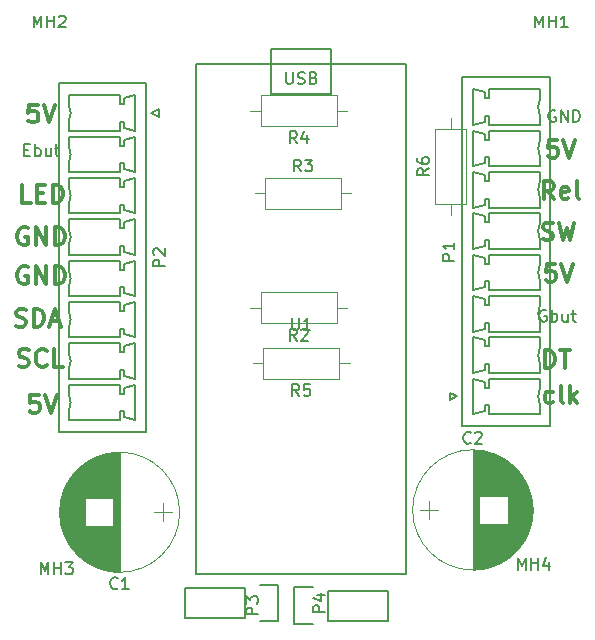
<source format=gto>
G04 #@! TF.FileFunction,Legend,Top*
%FSLAX46Y46*%
G04 Gerber Fmt 4.6, Leading zero omitted, Abs format (unit mm)*
G04 Created by KiCad (PCBNEW 4.0.5+dfsg1-4) date Sat Feb 18 23:12:04 2017*
%MOMM*%
%LPD*%
G01*
G04 APERTURE LIST*
%ADD10C,0.100000*%
%ADD11C,0.300000*%
%ADD12C,0.200000*%
%ADD13C,0.120000*%
%ADD14C,0.150000*%
G04 APERTURE END LIST*
D10*
D11*
X127414287Y-102278571D02*
X126700001Y-102278571D01*
X126628572Y-102992857D01*
X126700001Y-102921429D01*
X126842858Y-102850000D01*
X127200001Y-102850000D01*
X127342858Y-102921429D01*
X127414287Y-102992857D01*
X127485715Y-103135714D01*
X127485715Y-103492857D01*
X127414287Y-103635714D01*
X127342858Y-103707143D01*
X127200001Y-103778571D01*
X126842858Y-103778571D01*
X126700001Y-103707143D01*
X126628572Y-103635714D01*
X127914286Y-102278571D02*
X128414286Y-103778571D01*
X128914286Y-102278571D01*
X125714286Y-99807143D02*
X125928572Y-99878571D01*
X126285715Y-99878571D01*
X126428572Y-99807143D01*
X126500001Y-99735714D01*
X126571429Y-99592857D01*
X126571429Y-99450000D01*
X126500001Y-99307143D01*
X126428572Y-99235714D01*
X126285715Y-99164286D01*
X126000001Y-99092857D01*
X125857143Y-99021429D01*
X125785715Y-98950000D01*
X125714286Y-98807143D01*
X125714286Y-98664286D01*
X125785715Y-98521429D01*
X125857143Y-98450000D01*
X126000001Y-98378571D01*
X126357143Y-98378571D01*
X126571429Y-98450000D01*
X128071429Y-99735714D02*
X128000000Y-99807143D01*
X127785714Y-99878571D01*
X127642857Y-99878571D01*
X127428572Y-99807143D01*
X127285714Y-99664286D01*
X127214286Y-99521429D01*
X127142857Y-99235714D01*
X127142857Y-99021429D01*
X127214286Y-98735714D01*
X127285714Y-98592857D01*
X127428572Y-98450000D01*
X127642857Y-98378571D01*
X127785714Y-98378571D01*
X128000000Y-98450000D01*
X128071429Y-98521429D01*
X129428572Y-99878571D02*
X128714286Y-99878571D01*
X128714286Y-98378571D01*
X125478572Y-96407143D02*
X125692858Y-96478571D01*
X126050001Y-96478571D01*
X126192858Y-96407143D01*
X126264287Y-96335714D01*
X126335715Y-96192857D01*
X126335715Y-96050000D01*
X126264287Y-95907143D01*
X126192858Y-95835714D01*
X126050001Y-95764286D01*
X125764287Y-95692857D01*
X125621429Y-95621429D01*
X125550001Y-95550000D01*
X125478572Y-95407143D01*
X125478572Y-95264286D01*
X125550001Y-95121429D01*
X125621429Y-95050000D01*
X125764287Y-94978571D01*
X126121429Y-94978571D01*
X126335715Y-95050000D01*
X126978572Y-96478571D02*
X126978572Y-94978571D01*
X127335715Y-94978571D01*
X127550000Y-95050000D01*
X127692858Y-95192857D01*
X127764286Y-95335714D01*
X127835715Y-95621429D01*
X127835715Y-95835714D01*
X127764286Y-96121429D01*
X127692858Y-96264286D01*
X127550000Y-96407143D01*
X127335715Y-96478571D01*
X126978572Y-96478571D01*
X128407143Y-96050000D02*
X129121429Y-96050000D01*
X128264286Y-96478571D02*
X128764286Y-94978571D01*
X129264286Y-96478571D01*
X126457143Y-91450000D02*
X126314286Y-91378571D01*
X126100000Y-91378571D01*
X125885715Y-91450000D01*
X125742857Y-91592857D01*
X125671429Y-91735714D01*
X125600000Y-92021429D01*
X125600000Y-92235714D01*
X125671429Y-92521429D01*
X125742857Y-92664286D01*
X125885715Y-92807143D01*
X126100000Y-92878571D01*
X126242857Y-92878571D01*
X126457143Y-92807143D01*
X126528572Y-92735714D01*
X126528572Y-92235714D01*
X126242857Y-92235714D01*
X127171429Y-92878571D02*
X127171429Y-91378571D01*
X128028572Y-92878571D01*
X128028572Y-91378571D01*
X128742858Y-92878571D02*
X128742858Y-91378571D01*
X129100001Y-91378571D01*
X129314286Y-91450000D01*
X129457144Y-91592857D01*
X129528572Y-91735714D01*
X129600001Y-92021429D01*
X129600001Y-92235714D01*
X129528572Y-92521429D01*
X129457144Y-92664286D01*
X129314286Y-92807143D01*
X129100001Y-92878571D01*
X128742858Y-92878571D01*
X126457143Y-88150000D02*
X126314286Y-88078571D01*
X126100000Y-88078571D01*
X125885715Y-88150000D01*
X125742857Y-88292857D01*
X125671429Y-88435714D01*
X125600000Y-88721429D01*
X125600000Y-88935714D01*
X125671429Y-89221429D01*
X125742857Y-89364286D01*
X125885715Y-89507143D01*
X126100000Y-89578571D01*
X126242857Y-89578571D01*
X126457143Y-89507143D01*
X126528572Y-89435714D01*
X126528572Y-88935714D01*
X126242857Y-88935714D01*
X127171429Y-89578571D02*
X127171429Y-88078571D01*
X128028572Y-89578571D01*
X128028572Y-88078571D01*
X128742858Y-89578571D02*
X128742858Y-88078571D01*
X129100001Y-88078571D01*
X129314286Y-88150000D01*
X129457144Y-88292857D01*
X129528572Y-88435714D01*
X129600001Y-88721429D01*
X129600001Y-88935714D01*
X129528572Y-89221429D01*
X129457144Y-89364286D01*
X129314286Y-89507143D01*
X129100001Y-89578571D01*
X128742858Y-89578571D01*
D12*
X171138096Y-78200000D02*
X171042858Y-78152381D01*
X170900001Y-78152381D01*
X170757143Y-78200000D01*
X170661905Y-78295238D01*
X170614286Y-78390476D01*
X170566667Y-78580952D01*
X170566667Y-78723810D01*
X170614286Y-78914286D01*
X170661905Y-79009524D01*
X170757143Y-79104762D01*
X170900001Y-79152381D01*
X170995239Y-79152381D01*
X171138096Y-79104762D01*
X171185715Y-79057143D01*
X171185715Y-78723810D01*
X170995239Y-78723810D01*
X171614286Y-79152381D02*
X171614286Y-78152381D01*
X172185715Y-79152381D01*
X172185715Y-78152381D01*
X172661905Y-79152381D02*
X172661905Y-78152381D01*
X172900000Y-78152381D01*
X173042858Y-78200000D01*
X173138096Y-78295238D01*
X173185715Y-78390476D01*
X173233334Y-78580952D01*
X173233334Y-78723810D01*
X173185715Y-78914286D01*
X173138096Y-79009524D01*
X173042858Y-79104762D01*
X172900000Y-79152381D01*
X172661905Y-79152381D01*
D11*
X126735715Y-85978571D02*
X126021429Y-85978571D01*
X126021429Y-84478571D01*
X127235715Y-85192857D02*
X127735715Y-85192857D01*
X127950001Y-85978571D02*
X127235715Y-85978571D01*
X127235715Y-84478571D01*
X127950001Y-84478571D01*
X128592858Y-85978571D02*
X128592858Y-84478571D01*
X128950001Y-84478571D01*
X129164286Y-84550000D01*
X129307144Y-84692857D01*
X129378572Y-84835714D01*
X129450001Y-85121429D01*
X129450001Y-85335714D01*
X129378572Y-85621429D01*
X129307144Y-85764286D01*
X129164286Y-85907143D01*
X128950001Y-85978571D01*
X128592858Y-85978571D01*
D12*
X126195238Y-81528571D02*
X126528572Y-81528571D01*
X126671429Y-82052381D02*
X126195238Y-82052381D01*
X126195238Y-81052381D01*
X126671429Y-81052381D01*
X127100000Y-82052381D02*
X127100000Y-81052381D01*
X127100000Y-81433333D02*
X127195238Y-81385714D01*
X127385715Y-81385714D01*
X127480953Y-81433333D01*
X127528572Y-81480952D01*
X127576191Y-81576190D01*
X127576191Y-81861905D01*
X127528572Y-81957143D01*
X127480953Y-82004762D01*
X127385715Y-82052381D01*
X127195238Y-82052381D01*
X127100000Y-82004762D01*
X128433334Y-81385714D02*
X128433334Y-82052381D01*
X128004762Y-81385714D02*
X128004762Y-81909524D01*
X128052381Y-82004762D01*
X128147619Y-82052381D01*
X128290477Y-82052381D01*
X128385715Y-82004762D01*
X128433334Y-81957143D01*
X128766667Y-81385714D02*
X129147619Y-81385714D01*
X128909524Y-81052381D02*
X128909524Y-81909524D01*
X128957143Y-82004762D01*
X129052381Y-82052381D01*
X129147619Y-82052381D01*
D11*
X127314287Y-77678571D02*
X126600001Y-77678571D01*
X126528572Y-78392857D01*
X126600001Y-78321429D01*
X126742858Y-78250000D01*
X127100001Y-78250000D01*
X127242858Y-78321429D01*
X127314287Y-78392857D01*
X127385715Y-78535714D01*
X127385715Y-78892857D01*
X127314287Y-79035714D01*
X127242858Y-79107143D01*
X127100001Y-79178571D01*
X126742858Y-79178571D01*
X126600001Y-79107143D01*
X126528572Y-79035714D01*
X127814286Y-77678571D02*
X128314286Y-79178571D01*
X128814286Y-77678571D01*
X171314287Y-80678571D02*
X170600001Y-80678571D01*
X170528572Y-81392857D01*
X170600001Y-81321429D01*
X170742858Y-81250000D01*
X171100001Y-81250000D01*
X171242858Y-81321429D01*
X171314287Y-81392857D01*
X171385715Y-81535714D01*
X171385715Y-81892857D01*
X171314287Y-82035714D01*
X171242858Y-82107143D01*
X171100001Y-82178571D01*
X170742858Y-82178571D01*
X170600001Y-82107143D01*
X170528572Y-82035714D01*
X171814286Y-80678571D02*
X172314286Y-82178571D01*
X172814286Y-80678571D01*
X171028572Y-85678571D02*
X170528572Y-84964286D01*
X170171429Y-85678571D02*
X170171429Y-84178571D01*
X170742857Y-84178571D01*
X170885715Y-84250000D01*
X170957143Y-84321429D01*
X171028572Y-84464286D01*
X171028572Y-84678571D01*
X170957143Y-84821429D01*
X170885715Y-84892857D01*
X170742857Y-84964286D01*
X170171429Y-84964286D01*
X172242857Y-85607143D02*
X172100000Y-85678571D01*
X171814286Y-85678571D01*
X171671429Y-85607143D01*
X171600000Y-85464286D01*
X171600000Y-84892857D01*
X171671429Y-84750000D01*
X171814286Y-84678571D01*
X172100000Y-84678571D01*
X172242857Y-84750000D01*
X172314286Y-84892857D01*
X172314286Y-85035714D01*
X171600000Y-85178571D01*
X173171429Y-85678571D02*
X173028571Y-85607143D01*
X172957143Y-85464286D01*
X172957143Y-84178571D01*
X170114286Y-89107143D02*
X170328572Y-89178571D01*
X170685715Y-89178571D01*
X170828572Y-89107143D01*
X170900001Y-89035714D01*
X170971429Y-88892857D01*
X170971429Y-88750000D01*
X170900001Y-88607143D01*
X170828572Y-88535714D01*
X170685715Y-88464286D01*
X170400001Y-88392857D01*
X170257143Y-88321429D01*
X170185715Y-88250000D01*
X170114286Y-88107143D01*
X170114286Y-87964286D01*
X170185715Y-87821429D01*
X170257143Y-87750000D01*
X170400001Y-87678571D01*
X170757143Y-87678571D01*
X170971429Y-87750000D01*
X171471429Y-87678571D02*
X171828572Y-89178571D01*
X172114286Y-88107143D01*
X172400000Y-89178571D01*
X172757143Y-87678571D01*
X171114287Y-91178571D02*
X170400001Y-91178571D01*
X170328572Y-91892857D01*
X170400001Y-91821429D01*
X170542858Y-91750000D01*
X170900001Y-91750000D01*
X171042858Y-91821429D01*
X171114287Y-91892857D01*
X171185715Y-92035714D01*
X171185715Y-92392857D01*
X171114287Y-92535714D01*
X171042858Y-92607143D01*
X170900001Y-92678571D01*
X170542858Y-92678571D01*
X170400001Y-92607143D01*
X170328572Y-92535714D01*
X171614286Y-91178571D02*
X172114286Y-92678571D01*
X172614286Y-91178571D01*
D12*
X170371429Y-95100000D02*
X170276191Y-95052381D01*
X170133334Y-95052381D01*
X169990476Y-95100000D01*
X169895238Y-95195238D01*
X169847619Y-95290476D01*
X169800000Y-95480952D01*
X169800000Y-95623810D01*
X169847619Y-95814286D01*
X169895238Y-95909524D01*
X169990476Y-96004762D01*
X170133334Y-96052381D01*
X170228572Y-96052381D01*
X170371429Y-96004762D01*
X170419048Y-95957143D01*
X170419048Y-95623810D01*
X170228572Y-95623810D01*
X170847619Y-96052381D02*
X170847619Y-95052381D01*
X170847619Y-95433333D02*
X170942857Y-95385714D01*
X171133334Y-95385714D01*
X171228572Y-95433333D01*
X171276191Y-95480952D01*
X171323810Y-95576190D01*
X171323810Y-95861905D01*
X171276191Y-95957143D01*
X171228572Y-96004762D01*
X171133334Y-96052381D01*
X170942857Y-96052381D01*
X170847619Y-96004762D01*
X172180953Y-95385714D02*
X172180953Y-96052381D01*
X171752381Y-95385714D02*
X171752381Y-95909524D01*
X171800000Y-96004762D01*
X171895238Y-96052381D01*
X172038096Y-96052381D01*
X172133334Y-96004762D01*
X172180953Y-95957143D01*
X172514286Y-95385714D02*
X172895238Y-95385714D01*
X172657143Y-95052381D02*
X172657143Y-95909524D01*
X172704762Y-96004762D01*
X172800000Y-96052381D01*
X172895238Y-96052381D01*
D11*
X170235715Y-99978571D02*
X170235715Y-98478571D01*
X170592858Y-98478571D01*
X170807143Y-98550000D01*
X170950001Y-98692857D01*
X171021429Y-98835714D01*
X171092858Y-99121429D01*
X171092858Y-99335714D01*
X171021429Y-99621429D01*
X170950001Y-99764286D01*
X170807143Y-99907143D01*
X170592858Y-99978571D01*
X170235715Y-99978571D01*
X171521429Y-98478571D02*
X172378572Y-98478571D01*
X171950001Y-99978571D02*
X171950001Y-98478571D01*
X170957143Y-102907143D02*
X170814286Y-102978571D01*
X170528572Y-102978571D01*
X170385714Y-102907143D01*
X170314286Y-102835714D01*
X170242857Y-102692857D01*
X170242857Y-102264286D01*
X170314286Y-102121429D01*
X170385714Y-102050000D01*
X170528572Y-101978571D01*
X170814286Y-101978571D01*
X170957143Y-102050000D01*
X171814286Y-102978571D02*
X171671428Y-102907143D01*
X171600000Y-102764286D01*
X171600000Y-101478571D01*
X172385714Y-102978571D02*
X172385714Y-101478571D01*
X172528571Y-102407143D02*
X172957142Y-102978571D01*
X172957142Y-101978571D02*
X172385714Y-102550000D01*
D13*
X139340000Y-112200000D02*
G75*
G03X139340000Y-112200000I-5090000J0D01*
G01*
X134250000Y-117250000D02*
X134250000Y-107150000D01*
X134210000Y-117250000D02*
X134210000Y-107150000D01*
X134170000Y-117250000D02*
X134170000Y-107150000D01*
X134130000Y-117249000D02*
X134130000Y-107151000D01*
X134090000Y-117248000D02*
X134090000Y-107152000D01*
X134050000Y-117247000D02*
X134050000Y-107153000D01*
X134010000Y-117245000D02*
X134010000Y-107155000D01*
X133970000Y-117243000D02*
X133970000Y-107157000D01*
X133930000Y-117240000D02*
X133930000Y-107160000D01*
X133890000Y-117238000D02*
X133890000Y-107162000D01*
X133850000Y-117235000D02*
X133850000Y-107165000D01*
X133810000Y-117231000D02*
X133810000Y-107169000D01*
X133770000Y-117228000D02*
X133770000Y-107172000D01*
X133730000Y-117224000D02*
X133730000Y-107176000D01*
X133690000Y-117220000D02*
X133690000Y-107180000D01*
X133650000Y-117215000D02*
X133650000Y-113381000D01*
X133650000Y-111019000D02*
X133650000Y-107185000D01*
X133610000Y-117210000D02*
X133610000Y-113381000D01*
X133610000Y-111019000D02*
X133610000Y-107190000D01*
X133570000Y-117205000D02*
X133570000Y-113381000D01*
X133570000Y-111019000D02*
X133570000Y-107195000D01*
X133529000Y-117199000D02*
X133529000Y-113381000D01*
X133529000Y-111019000D02*
X133529000Y-107201000D01*
X133489000Y-117193000D02*
X133489000Y-113381000D01*
X133489000Y-111019000D02*
X133489000Y-107207000D01*
X133449000Y-117187000D02*
X133449000Y-113381000D01*
X133449000Y-111019000D02*
X133449000Y-107213000D01*
X133409000Y-117181000D02*
X133409000Y-113381000D01*
X133409000Y-111019000D02*
X133409000Y-107219000D01*
X133369000Y-117174000D02*
X133369000Y-113381000D01*
X133369000Y-111019000D02*
X133369000Y-107226000D01*
X133329000Y-117167000D02*
X133329000Y-113381000D01*
X133329000Y-111019000D02*
X133329000Y-107233000D01*
X133289000Y-117159000D02*
X133289000Y-113381000D01*
X133289000Y-111019000D02*
X133289000Y-107241000D01*
X133249000Y-117151000D02*
X133249000Y-113381000D01*
X133249000Y-111019000D02*
X133249000Y-107249000D01*
X133209000Y-117143000D02*
X133209000Y-113381000D01*
X133209000Y-111019000D02*
X133209000Y-107257000D01*
X133169000Y-117135000D02*
X133169000Y-113381000D01*
X133169000Y-111019000D02*
X133169000Y-107265000D01*
X133129000Y-117126000D02*
X133129000Y-113381000D01*
X133129000Y-111019000D02*
X133129000Y-107274000D01*
X133089000Y-117117000D02*
X133089000Y-113381000D01*
X133089000Y-111019000D02*
X133089000Y-107283000D01*
X133049000Y-117107000D02*
X133049000Y-113381000D01*
X133049000Y-111019000D02*
X133049000Y-107293000D01*
X133009000Y-117097000D02*
X133009000Y-113381000D01*
X133009000Y-111019000D02*
X133009000Y-107303000D01*
X132969000Y-117087000D02*
X132969000Y-113381000D01*
X132969000Y-111019000D02*
X132969000Y-107313000D01*
X132929000Y-117076000D02*
X132929000Y-113381000D01*
X132929000Y-111019000D02*
X132929000Y-107324000D01*
X132889000Y-117065000D02*
X132889000Y-113381000D01*
X132889000Y-111019000D02*
X132889000Y-107335000D01*
X132849000Y-117054000D02*
X132849000Y-113381000D01*
X132849000Y-111019000D02*
X132849000Y-107346000D01*
X132809000Y-117043000D02*
X132809000Y-113381000D01*
X132809000Y-111019000D02*
X132809000Y-107357000D01*
X132769000Y-117031000D02*
X132769000Y-113381000D01*
X132769000Y-111019000D02*
X132769000Y-107369000D01*
X132729000Y-117018000D02*
X132729000Y-113381000D01*
X132729000Y-111019000D02*
X132729000Y-107382000D01*
X132689000Y-117006000D02*
X132689000Y-113381000D01*
X132689000Y-111019000D02*
X132689000Y-107394000D01*
X132649000Y-116992000D02*
X132649000Y-113381000D01*
X132649000Y-111019000D02*
X132649000Y-107408000D01*
X132609000Y-116979000D02*
X132609000Y-113381000D01*
X132609000Y-111019000D02*
X132609000Y-107421000D01*
X132569000Y-116965000D02*
X132569000Y-113381000D01*
X132569000Y-111019000D02*
X132569000Y-107435000D01*
X132529000Y-116951000D02*
X132529000Y-113381000D01*
X132529000Y-111019000D02*
X132529000Y-107449000D01*
X132489000Y-116937000D02*
X132489000Y-113381000D01*
X132489000Y-111019000D02*
X132489000Y-107463000D01*
X132449000Y-116922000D02*
X132449000Y-113381000D01*
X132449000Y-111019000D02*
X132449000Y-107478000D01*
X132409000Y-116906000D02*
X132409000Y-113381000D01*
X132409000Y-111019000D02*
X132409000Y-107494000D01*
X132369000Y-116891000D02*
X132369000Y-113381000D01*
X132369000Y-111019000D02*
X132369000Y-107509000D01*
X132329000Y-116874000D02*
X132329000Y-113381000D01*
X132329000Y-111019000D02*
X132329000Y-107526000D01*
X132289000Y-116858000D02*
X132289000Y-113381000D01*
X132289000Y-111019000D02*
X132289000Y-107542000D01*
X132249000Y-116841000D02*
X132249000Y-113381000D01*
X132249000Y-111019000D02*
X132249000Y-107559000D01*
X132209000Y-116824000D02*
X132209000Y-113381000D01*
X132209000Y-111019000D02*
X132209000Y-107576000D01*
X132169000Y-116806000D02*
X132169000Y-113381000D01*
X132169000Y-111019000D02*
X132169000Y-107594000D01*
X132129000Y-116788000D02*
X132129000Y-113381000D01*
X132129000Y-111019000D02*
X132129000Y-107612000D01*
X132089000Y-116769000D02*
X132089000Y-113381000D01*
X132089000Y-111019000D02*
X132089000Y-107631000D01*
X132049000Y-116750000D02*
X132049000Y-113381000D01*
X132049000Y-111019000D02*
X132049000Y-107650000D01*
X132009000Y-116731000D02*
X132009000Y-113381000D01*
X132009000Y-111019000D02*
X132009000Y-107669000D01*
X131969000Y-116711000D02*
X131969000Y-113381000D01*
X131969000Y-111019000D02*
X131969000Y-107689000D01*
X131929000Y-116691000D02*
X131929000Y-113381000D01*
X131929000Y-111019000D02*
X131929000Y-107709000D01*
X131889000Y-116670000D02*
X131889000Y-113381000D01*
X131889000Y-111019000D02*
X131889000Y-107730000D01*
X131849000Y-116649000D02*
X131849000Y-113381000D01*
X131849000Y-111019000D02*
X131849000Y-107751000D01*
X131809000Y-116628000D02*
X131809000Y-113381000D01*
X131809000Y-111019000D02*
X131809000Y-107772000D01*
X131769000Y-116605000D02*
X131769000Y-113381000D01*
X131769000Y-111019000D02*
X131769000Y-107795000D01*
X131729000Y-116583000D02*
X131729000Y-113381000D01*
X131729000Y-111019000D02*
X131729000Y-107817000D01*
X131689000Y-116560000D02*
X131689000Y-113381000D01*
X131689000Y-111019000D02*
X131689000Y-107840000D01*
X131649000Y-116536000D02*
X131649000Y-113381000D01*
X131649000Y-111019000D02*
X131649000Y-107864000D01*
X131609000Y-116512000D02*
X131609000Y-113381000D01*
X131609000Y-111019000D02*
X131609000Y-107888000D01*
X131569000Y-116488000D02*
X131569000Y-113381000D01*
X131569000Y-111019000D02*
X131569000Y-107912000D01*
X131529000Y-116463000D02*
X131529000Y-113381000D01*
X131529000Y-111019000D02*
X131529000Y-107937000D01*
X131489000Y-116437000D02*
X131489000Y-113381000D01*
X131489000Y-111019000D02*
X131489000Y-107963000D01*
X131449000Y-116411000D02*
X131449000Y-113381000D01*
X131449000Y-111019000D02*
X131449000Y-107989000D01*
X131409000Y-116385000D02*
X131409000Y-113381000D01*
X131409000Y-111019000D02*
X131409000Y-108015000D01*
X131369000Y-116357000D02*
X131369000Y-113381000D01*
X131369000Y-111019000D02*
X131369000Y-108043000D01*
X131329000Y-116330000D02*
X131329000Y-113381000D01*
X131329000Y-111019000D02*
X131329000Y-108070000D01*
X131289000Y-116301000D02*
X131289000Y-108099000D01*
X131249000Y-116272000D02*
X131249000Y-108128000D01*
X131209000Y-116243000D02*
X131209000Y-108157000D01*
X131169000Y-116213000D02*
X131169000Y-108187000D01*
X131129000Y-116182000D02*
X131129000Y-108218000D01*
X131089000Y-116151000D02*
X131089000Y-108249000D01*
X131049000Y-116119000D02*
X131049000Y-108281000D01*
X131009000Y-116086000D02*
X131009000Y-108314000D01*
X130969000Y-116053000D02*
X130969000Y-108347000D01*
X130929000Y-116019000D02*
X130929000Y-108381000D01*
X130889000Y-115984000D02*
X130889000Y-108416000D01*
X130849000Y-115948000D02*
X130849000Y-108452000D01*
X130809000Y-115912000D02*
X130809000Y-108488000D01*
X130769000Y-115875000D02*
X130769000Y-108525000D01*
X130729000Y-115837000D02*
X130729000Y-108563000D01*
X130689000Y-115798000D02*
X130689000Y-108602000D01*
X130649000Y-115759000D02*
X130649000Y-108641000D01*
X130609000Y-115718000D02*
X130609000Y-108682000D01*
X130569000Y-115677000D02*
X130569000Y-108723000D01*
X130529000Y-115635000D02*
X130529000Y-108765000D01*
X130489000Y-115591000D02*
X130489000Y-108809000D01*
X130449000Y-115547000D02*
X130449000Y-108853000D01*
X130409000Y-115502000D02*
X130409000Y-108898000D01*
X130369000Y-115455000D02*
X130369000Y-108945000D01*
X130329000Y-115407000D02*
X130329000Y-108993000D01*
X130289000Y-115358000D02*
X130289000Y-109042000D01*
X130249000Y-115308000D02*
X130249000Y-109092000D01*
X130209000Y-115257000D02*
X130209000Y-109143000D01*
X130169000Y-115204000D02*
X130169000Y-109196000D01*
X130129000Y-115149000D02*
X130129000Y-109251000D01*
X130089000Y-115094000D02*
X130089000Y-109306000D01*
X130049000Y-115036000D02*
X130049000Y-109364000D01*
X130009000Y-114977000D02*
X130009000Y-109423000D01*
X129969000Y-114915000D02*
X129969000Y-109485000D01*
X129929000Y-114852000D02*
X129929000Y-109548000D01*
X129889000Y-114787000D02*
X129889000Y-109613000D01*
X129849000Y-114719000D02*
X129849000Y-109681000D01*
X129809000Y-114649000D02*
X129809000Y-109751000D01*
X129769000Y-114577000D02*
X129769000Y-109823000D01*
X129729000Y-114501000D02*
X129729000Y-109899000D01*
X129689000Y-114422000D02*
X129689000Y-109978000D01*
X129649000Y-114340000D02*
X129649000Y-110060000D01*
X129609000Y-114253000D02*
X129609000Y-110147000D01*
X129569000Y-114162000D02*
X129569000Y-110238000D01*
X129529000Y-114066000D02*
X129529000Y-110334000D01*
X129489000Y-113963000D02*
X129489000Y-110437000D01*
X129449000Y-113854000D02*
X129449000Y-110546000D01*
X129409000Y-113736000D02*
X129409000Y-110664000D01*
X129369000Y-113607000D02*
X129369000Y-110793000D01*
X129329000Y-113465000D02*
X129329000Y-110935000D01*
X129289000Y-113304000D02*
X129289000Y-111096000D01*
X129249000Y-113113000D02*
X129249000Y-111287000D01*
X129209000Y-112872000D02*
X129209000Y-111528000D01*
X129169000Y-112479000D02*
X129169000Y-111921000D01*
X138700000Y-112200000D02*
X137200000Y-112200000D01*
X137950000Y-112950000D02*
X137950000Y-111450000D01*
X169240000Y-112000000D02*
G75*
G03X169240000Y-112000000I-5090000J0D01*
G01*
X164150000Y-106950000D02*
X164150000Y-117050000D01*
X164190000Y-106950000D02*
X164190000Y-117050000D01*
X164230000Y-106950000D02*
X164230000Y-117050000D01*
X164270000Y-106951000D02*
X164270000Y-117049000D01*
X164310000Y-106952000D02*
X164310000Y-117048000D01*
X164350000Y-106953000D02*
X164350000Y-117047000D01*
X164390000Y-106955000D02*
X164390000Y-117045000D01*
X164430000Y-106957000D02*
X164430000Y-117043000D01*
X164470000Y-106960000D02*
X164470000Y-117040000D01*
X164510000Y-106962000D02*
X164510000Y-117038000D01*
X164550000Y-106965000D02*
X164550000Y-117035000D01*
X164590000Y-106969000D02*
X164590000Y-117031000D01*
X164630000Y-106972000D02*
X164630000Y-117028000D01*
X164670000Y-106976000D02*
X164670000Y-117024000D01*
X164710000Y-106980000D02*
X164710000Y-117020000D01*
X164750000Y-106985000D02*
X164750000Y-110819000D01*
X164750000Y-113181000D02*
X164750000Y-117015000D01*
X164790000Y-106990000D02*
X164790000Y-110819000D01*
X164790000Y-113181000D02*
X164790000Y-117010000D01*
X164830000Y-106995000D02*
X164830000Y-110819000D01*
X164830000Y-113181000D02*
X164830000Y-117005000D01*
X164871000Y-107001000D02*
X164871000Y-110819000D01*
X164871000Y-113181000D02*
X164871000Y-116999000D01*
X164911000Y-107007000D02*
X164911000Y-110819000D01*
X164911000Y-113181000D02*
X164911000Y-116993000D01*
X164951000Y-107013000D02*
X164951000Y-110819000D01*
X164951000Y-113181000D02*
X164951000Y-116987000D01*
X164991000Y-107019000D02*
X164991000Y-110819000D01*
X164991000Y-113181000D02*
X164991000Y-116981000D01*
X165031000Y-107026000D02*
X165031000Y-110819000D01*
X165031000Y-113181000D02*
X165031000Y-116974000D01*
X165071000Y-107033000D02*
X165071000Y-110819000D01*
X165071000Y-113181000D02*
X165071000Y-116967000D01*
X165111000Y-107041000D02*
X165111000Y-110819000D01*
X165111000Y-113181000D02*
X165111000Y-116959000D01*
X165151000Y-107049000D02*
X165151000Y-110819000D01*
X165151000Y-113181000D02*
X165151000Y-116951000D01*
X165191000Y-107057000D02*
X165191000Y-110819000D01*
X165191000Y-113181000D02*
X165191000Y-116943000D01*
X165231000Y-107065000D02*
X165231000Y-110819000D01*
X165231000Y-113181000D02*
X165231000Y-116935000D01*
X165271000Y-107074000D02*
X165271000Y-110819000D01*
X165271000Y-113181000D02*
X165271000Y-116926000D01*
X165311000Y-107083000D02*
X165311000Y-110819000D01*
X165311000Y-113181000D02*
X165311000Y-116917000D01*
X165351000Y-107093000D02*
X165351000Y-110819000D01*
X165351000Y-113181000D02*
X165351000Y-116907000D01*
X165391000Y-107103000D02*
X165391000Y-110819000D01*
X165391000Y-113181000D02*
X165391000Y-116897000D01*
X165431000Y-107113000D02*
X165431000Y-110819000D01*
X165431000Y-113181000D02*
X165431000Y-116887000D01*
X165471000Y-107124000D02*
X165471000Y-110819000D01*
X165471000Y-113181000D02*
X165471000Y-116876000D01*
X165511000Y-107135000D02*
X165511000Y-110819000D01*
X165511000Y-113181000D02*
X165511000Y-116865000D01*
X165551000Y-107146000D02*
X165551000Y-110819000D01*
X165551000Y-113181000D02*
X165551000Y-116854000D01*
X165591000Y-107157000D02*
X165591000Y-110819000D01*
X165591000Y-113181000D02*
X165591000Y-116843000D01*
X165631000Y-107169000D02*
X165631000Y-110819000D01*
X165631000Y-113181000D02*
X165631000Y-116831000D01*
X165671000Y-107182000D02*
X165671000Y-110819000D01*
X165671000Y-113181000D02*
X165671000Y-116818000D01*
X165711000Y-107194000D02*
X165711000Y-110819000D01*
X165711000Y-113181000D02*
X165711000Y-116806000D01*
X165751000Y-107208000D02*
X165751000Y-110819000D01*
X165751000Y-113181000D02*
X165751000Y-116792000D01*
X165791000Y-107221000D02*
X165791000Y-110819000D01*
X165791000Y-113181000D02*
X165791000Y-116779000D01*
X165831000Y-107235000D02*
X165831000Y-110819000D01*
X165831000Y-113181000D02*
X165831000Y-116765000D01*
X165871000Y-107249000D02*
X165871000Y-110819000D01*
X165871000Y-113181000D02*
X165871000Y-116751000D01*
X165911000Y-107263000D02*
X165911000Y-110819000D01*
X165911000Y-113181000D02*
X165911000Y-116737000D01*
X165951000Y-107278000D02*
X165951000Y-110819000D01*
X165951000Y-113181000D02*
X165951000Y-116722000D01*
X165991000Y-107294000D02*
X165991000Y-110819000D01*
X165991000Y-113181000D02*
X165991000Y-116706000D01*
X166031000Y-107309000D02*
X166031000Y-110819000D01*
X166031000Y-113181000D02*
X166031000Y-116691000D01*
X166071000Y-107326000D02*
X166071000Y-110819000D01*
X166071000Y-113181000D02*
X166071000Y-116674000D01*
X166111000Y-107342000D02*
X166111000Y-110819000D01*
X166111000Y-113181000D02*
X166111000Y-116658000D01*
X166151000Y-107359000D02*
X166151000Y-110819000D01*
X166151000Y-113181000D02*
X166151000Y-116641000D01*
X166191000Y-107376000D02*
X166191000Y-110819000D01*
X166191000Y-113181000D02*
X166191000Y-116624000D01*
X166231000Y-107394000D02*
X166231000Y-110819000D01*
X166231000Y-113181000D02*
X166231000Y-116606000D01*
X166271000Y-107412000D02*
X166271000Y-110819000D01*
X166271000Y-113181000D02*
X166271000Y-116588000D01*
X166311000Y-107431000D02*
X166311000Y-110819000D01*
X166311000Y-113181000D02*
X166311000Y-116569000D01*
X166351000Y-107450000D02*
X166351000Y-110819000D01*
X166351000Y-113181000D02*
X166351000Y-116550000D01*
X166391000Y-107469000D02*
X166391000Y-110819000D01*
X166391000Y-113181000D02*
X166391000Y-116531000D01*
X166431000Y-107489000D02*
X166431000Y-110819000D01*
X166431000Y-113181000D02*
X166431000Y-116511000D01*
X166471000Y-107509000D02*
X166471000Y-110819000D01*
X166471000Y-113181000D02*
X166471000Y-116491000D01*
X166511000Y-107530000D02*
X166511000Y-110819000D01*
X166511000Y-113181000D02*
X166511000Y-116470000D01*
X166551000Y-107551000D02*
X166551000Y-110819000D01*
X166551000Y-113181000D02*
X166551000Y-116449000D01*
X166591000Y-107572000D02*
X166591000Y-110819000D01*
X166591000Y-113181000D02*
X166591000Y-116428000D01*
X166631000Y-107595000D02*
X166631000Y-110819000D01*
X166631000Y-113181000D02*
X166631000Y-116405000D01*
X166671000Y-107617000D02*
X166671000Y-110819000D01*
X166671000Y-113181000D02*
X166671000Y-116383000D01*
X166711000Y-107640000D02*
X166711000Y-110819000D01*
X166711000Y-113181000D02*
X166711000Y-116360000D01*
X166751000Y-107664000D02*
X166751000Y-110819000D01*
X166751000Y-113181000D02*
X166751000Y-116336000D01*
X166791000Y-107688000D02*
X166791000Y-110819000D01*
X166791000Y-113181000D02*
X166791000Y-116312000D01*
X166831000Y-107712000D02*
X166831000Y-110819000D01*
X166831000Y-113181000D02*
X166831000Y-116288000D01*
X166871000Y-107737000D02*
X166871000Y-110819000D01*
X166871000Y-113181000D02*
X166871000Y-116263000D01*
X166911000Y-107763000D02*
X166911000Y-110819000D01*
X166911000Y-113181000D02*
X166911000Y-116237000D01*
X166951000Y-107789000D02*
X166951000Y-110819000D01*
X166951000Y-113181000D02*
X166951000Y-116211000D01*
X166991000Y-107815000D02*
X166991000Y-110819000D01*
X166991000Y-113181000D02*
X166991000Y-116185000D01*
X167031000Y-107843000D02*
X167031000Y-110819000D01*
X167031000Y-113181000D02*
X167031000Y-116157000D01*
X167071000Y-107870000D02*
X167071000Y-110819000D01*
X167071000Y-113181000D02*
X167071000Y-116130000D01*
X167111000Y-107899000D02*
X167111000Y-116101000D01*
X167151000Y-107928000D02*
X167151000Y-116072000D01*
X167191000Y-107957000D02*
X167191000Y-116043000D01*
X167231000Y-107987000D02*
X167231000Y-116013000D01*
X167271000Y-108018000D02*
X167271000Y-115982000D01*
X167311000Y-108049000D02*
X167311000Y-115951000D01*
X167351000Y-108081000D02*
X167351000Y-115919000D01*
X167391000Y-108114000D02*
X167391000Y-115886000D01*
X167431000Y-108147000D02*
X167431000Y-115853000D01*
X167471000Y-108181000D02*
X167471000Y-115819000D01*
X167511000Y-108216000D02*
X167511000Y-115784000D01*
X167551000Y-108252000D02*
X167551000Y-115748000D01*
X167591000Y-108288000D02*
X167591000Y-115712000D01*
X167631000Y-108325000D02*
X167631000Y-115675000D01*
X167671000Y-108363000D02*
X167671000Y-115637000D01*
X167711000Y-108402000D02*
X167711000Y-115598000D01*
X167751000Y-108441000D02*
X167751000Y-115559000D01*
X167791000Y-108482000D02*
X167791000Y-115518000D01*
X167831000Y-108523000D02*
X167831000Y-115477000D01*
X167871000Y-108565000D02*
X167871000Y-115435000D01*
X167911000Y-108609000D02*
X167911000Y-115391000D01*
X167951000Y-108653000D02*
X167951000Y-115347000D01*
X167991000Y-108698000D02*
X167991000Y-115302000D01*
X168031000Y-108745000D02*
X168031000Y-115255000D01*
X168071000Y-108793000D02*
X168071000Y-115207000D01*
X168111000Y-108842000D02*
X168111000Y-115158000D01*
X168151000Y-108892000D02*
X168151000Y-115108000D01*
X168191000Y-108943000D02*
X168191000Y-115057000D01*
X168231000Y-108996000D02*
X168231000Y-115004000D01*
X168271000Y-109051000D02*
X168271000Y-114949000D01*
X168311000Y-109106000D02*
X168311000Y-114894000D01*
X168351000Y-109164000D02*
X168351000Y-114836000D01*
X168391000Y-109223000D02*
X168391000Y-114777000D01*
X168431000Y-109285000D02*
X168431000Y-114715000D01*
X168471000Y-109348000D02*
X168471000Y-114652000D01*
X168511000Y-109413000D02*
X168511000Y-114587000D01*
X168551000Y-109481000D02*
X168551000Y-114519000D01*
X168591000Y-109551000D02*
X168591000Y-114449000D01*
X168631000Y-109623000D02*
X168631000Y-114377000D01*
X168671000Y-109699000D02*
X168671000Y-114301000D01*
X168711000Y-109778000D02*
X168711000Y-114222000D01*
X168751000Y-109860000D02*
X168751000Y-114140000D01*
X168791000Y-109947000D02*
X168791000Y-114053000D01*
X168831000Y-110038000D02*
X168831000Y-113962000D01*
X168871000Y-110134000D02*
X168871000Y-113866000D01*
X168911000Y-110237000D02*
X168911000Y-113763000D01*
X168951000Y-110346000D02*
X168951000Y-113654000D01*
X168991000Y-110464000D02*
X168991000Y-113536000D01*
X169031000Y-110593000D02*
X169031000Y-113407000D01*
X169071000Y-110735000D02*
X169071000Y-113265000D01*
X169111000Y-110896000D02*
X169111000Y-113104000D01*
X169151000Y-111087000D02*
X169151000Y-112913000D01*
X169191000Y-111328000D02*
X169191000Y-112672000D01*
X169231000Y-111721000D02*
X169231000Y-112279000D01*
X159700000Y-112000000D02*
X161200000Y-112000000D01*
X160450000Y-111250000D02*
X160450000Y-112750000D01*
D14*
X169849845Y-101650353D02*
G75*
G03X169850000Y-103150000I1700155J-749647D01*
G01*
X169849845Y-98150353D02*
G75*
G03X169850000Y-99650000I1700155J-749647D01*
G01*
X169849845Y-94650353D02*
G75*
G03X169850000Y-96150000I1700155J-749647D01*
G01*
X169849845Y-91150353D02*
G75*
G03X169850000Y-92650000I1700155J-749647D01*
G01*
X169849845Y-87650353D02*
G75*
G03X169850000Y-89150000I1700155J-749647D01*
G01*
X169849845Y-84150353D02*
G75*
G03X169850000Y-85650000I1700155J-749647D01*
G01*
X169849845Y-80650353D02*
G75*
G03X169850000Y-82150000I1700155J-749647D01*
G01*
X169849845Y-77150353D02*
G75*
G03X169850000Y-78650000I1700155J-749647D01*
G01*
X163270000Y-104930000D02*
X170680000Y-104930000D01*
X170680000Y-104930000D02*
X170680000Y-75370000D01*
X170680000Y-75370000D02*
X163270000Y-75370000D01*
X163270000Y-75370000D02*
X163270000Y-104930000D01*
X169850000Y-103150000D02*
X169850000Y-103900000D01*
X169850000Y-103900000D02*
X165550000Y-103900000D01*
X165550000Y-103900000D02*
X165550000Y-103150000D01*
X165550000Y-103150000D02*
X165200000Y-103150000D01*
X165200000Y-103150000D02*
X165200000Y-103650000D01*
X165200000Y-103650000D02*
X164200000Y-103900000D01*
X164200000Y-103900000D02*
X164200000Y-100900000D01*
X164200000Y-100900000D02*
X165200000Y-101150000D01*
X165200000Y-101150000D02*
X165200000Y-101650000D01*
X165200000Y-101650000D02*
X165550000Y-101650000D01*
X165550000Y-101650000D02*
X165550000Y-101650000D01*
X165550000Y-101650000D02*
X165550000Y-100900000D01*
X165550000Y-100900000D02*
X169850000Y-100900000D01*
X169850000Y-100900000D02*
X169850000Y-101650000D01*
X169850000Y-99650000D02*
X169850000Y-100400000D01*
X169850000Y-100400000D02*
X165550000Y-100400000D01*
X165550000Y-100400000D02*
X165550000Y-99650000D01*
X165550000Y-99650000D02*
X165200000Y-99650000D01*
X165200000Y-99650000D02*
X165200000Y-100150000D01*
X165200000Y-100150000D02*
X164200000Y-100400000D01*
X164200000Y-100400000D02*
X164200000Y-97400000D01*
X164200000Y-97400000D02*
X165200000Y-97650000D01*
X165200000Y-97650000D02*
X165200000Y-98150000D01*
X165200000Y-98150000D02*
X165550000Y-98150000D01*
X165550000Y-98150000D02*
X165550000Y-98150000D01*
X165550000Y-98150000D02*
X165550000Y-97400000D01*
X165550000Y-97400000D02*
X169850000Y-97400000D01*
X169850000Y-97400000D02*
X169850000Y-98150000D01*
X169850000Y-96150000D02*
X169850000Y-96900000D01*
X169850000Y-96900000D02*
X165550000Y-96900000D01*
X165550000Y-96900000D02*
X165550000Y-96150000D01*
X165550000Y-96150000D02*
X165200000Y-96150000D01*
X165200000Y-96150000D02*
X165200000Y-96650000D01*
X165200000Y-96650000D02*
X164200000Y-96900000D01*
X164200000Y-96900000D02*
X164200000Y-93900000D01*
X164200000Y-93900000D02*
X165200000Y-94150000D01*
X165200000Y-94150000D02*
X165200000Y-94650000D01*
X165200000Y-94650000D02*
X165550000Y-94650000D01*
X165550000Y-94650000D02*
X165550000Y-94650000D01*
X165550000Y-94650000D02*
X165550000Y-93900000D01*
X165550000Y-93900000D02*
X169850000Y-93900000D01*
X169850000Y-93900000D02*
X169850000Y-94650000D01*
X169850000Y-92650000D02*
X169850000Y-93400000D01*
X169850000Y-93400000D02*
X165550000Y-93400000D01*
X165550000Y-93400000D02*
X165550000Y-92650000D01*
X165550000Y-92650000D02*
X165200000Y-92650000D01*
X165200000Y-92650000D02*
X165200000Y-93150000D01*
X165200000Y-93150000D02*
X164200000Y-93400000D01*
X164200000Y-93400000D02*
X164200000Y-90400000D01*
X164200000Y-90400000D02*
X165200000Y-90650000D01*
X165200000Y-90650000D02*
X165200000Y-91150000D01*
X165200000Y-91150000D02*
X165550000Y-91150000D01*
X165550000Y-91150000D02*
X165550000Y-91150000D01*
X165550000Y-91150000D02*
X165550000Y-90400000D01*
X165550000Y-90400000D02*
X169850000Y-90400000D01*
X169850000Y-90400000D02*
X169850000Y-91150000D01*
X169850000Y-89150000D02*
X169850000Y-89900000D01*
X169850000Y-89900000D02*
X165550000Y-89900000D01*
X165550000Y-89900000D02*
X165550000Y-89150000D01*
X165550000Y-89150000D02*
X165200000Y-89150000D01*
X165200000Y-89150000D02*
X165200000Y-89650000D01*
X165200000Y-89650000D02*
X164200000Y-89900000D01*
X164200000Y-89900000D02*
X164200000Y-86900000D01*
X164200000Y-86900000D02*
X165200000Y-87150000D01*
X165200000Y-87150000D02*
X165200000Y-87650000D01*
X165200000Y-87650000D02*
X165550000Y-87650000D01*
X165550000Y-87650000D02*
X165550000Y-87650000D01*
X165550000Y-87650000D02*
X165550000Y-86900000D01*
X165550000Y-86900000D02*
X169850000Y-86900000D01*
X169850000Y-86900000D02*
X169850000Y-87650000D01*
X169850000Y-85650000D02*
X169850000Y-86400000D01*
X169850000Y-86400000D02*
X165550000Y-86400000D01*
X165550000Y-86400000D02*
X165550000Y-85650000D01*
X165550000Y-85650000D02*
X165200000Y-85650000D01*
X165200000Y-85650000D02*
X165200000Y-86150000D01*
X165200000Y-86150000D02*
X164200000Y-86400000D01*
X164200000Y-86400000D02*
X164200000Y-83400000D01*
X164200000Y-83400000D02*
X165200000Y-83650000D01*
X165200000Y-83650000D02*
X165200000Y-84150000D01*
X165200000Y-84150000D02*
X165550000Y-84150000D01*
X165550000Y-84150000D02*
X165550000Y-84150000D01*
X165550000Y-84150000D02*
X165550000Y-83400000D01*
X165550000Y-83400000D02*
X169850000Y-83400000D01*
X169850000Y-83400000D02*
X169850000Y-84150000D01*
X169850000Y-82150000D02*
X169850000Y-82900000D01*
X169850000Y-82900000D02*
X165550000Y-82900000D01*
X165550000Y-82900000D02*
X165550000Y-82150000D01*
X165550000Y-82150000D02*
X165200000Y-82150000D01*
X165200000Y-82150000D02*
X165200000Y-82650000D01*
X165200000Y-82650000D02*
X164200000Y-82900000D01*
X164200000Y-82900000D02*
X164200000Y-79900000D01*
X164200000Y-79900000D02*
X165200000Y-80150000D01*
X165200000Y-80150000D02*
X165200000Y-80650000D01*
X165200000Y-80650000D02*
X165550000Y-80650000D01*
X165550000Y-80650000D02*
X165550000Y-80650000D01*
X165550000Y-80650000D02*
X165550000Y-79900000D01*
X165550000Y-79900000D02*
X169850000Y-79900000D01*
X169850000Y-79900000D02*
X169850000Y-80650000D01*
X169850000Y-78650000D02*
X169850000Y-79400000D01*
X169850000Y-79400000D02*
X165550000Y-79400000D01*
X165550000Y-79400000D02*
X165550000Y-78650000D01*
X165550000Y-78650000D02*
X165200000Y-78650000D01*
X165200000Y-78650000D02*
X165200000Y-79150000D01*
X165200000Y-79150000D02*
X164200000Y-79400000D01*
X164200000Y-79400000D02*
X164200000Y-76400000D01*
X164200000Y-76400000D02*
X165200000Y-76650000D01*
X165200000Y-76650000D02*
X165200000Y-77150000D01*
X165200000Y-77150000D02*
X165550000Y-77150000D01*
X165550000Y-77150000D02*
X165550000Y-77150000D01*
X165550000Y-77150000D02*
X165550000Y-76400000D01*
X165550000Y-76400000D02*
X169850000Y-76400000D01*
X169850000Y-76400000D02*
X169850000Y-77150000D01*
X162850000Y-102400000D02*
X162250000Y-102100000D01*
X162250000Y-102100000D02*
X162250000Y-102700000D01*
X162250000Y-102700000D02*
X162850000Y-102400000D01*
X129950155Y-79149647D02*
G75*
G03X129950000Y-77650000I-1700155J749647D01*
G01*
X129950155Y-82649647D02*
G75*
G03X129950000Y-81150000I-1700155J749647D01*
G01*
X129950155Y-86149647D02*
G75*
G03X129950000Y-84650000I-1700155J749647D01*
G01*
X129950155Y-89649647D02*
G75*
G03X129950000Y-88150000I-1700155J749647D01*
G01*
X129950155Y-93149647D02*
G75*
G03X129950000Y-91650000I-1700155J749647D01*
G01*
X129950155Y-96649647D02*
G75*
G03X129950000Y-95150000I-1700155J749647D01*
G01*
X129950155Y-100149647D02*
G75*
G03X129950000Y-98650000I-1700155J749647D01*
G01*
X129950155Y-103649647D02*
G75*
G03X129950000Y-102150000I-1700155J749647D01*
G01*
X136530000Y-75870000D02*
X129120000Y-75870000D01*
X129120000Y-75870000D02*
X129120000Y-105430000D01*
X129120000Y-105430000D02*
X136530000Y-105430000D01*
X136530000Y-105430000D02*
X136530000Y-75870000D01*
X129950000Y-77650000D02*
X129950000Y-76900000D01*
X129950000Y-76900000D02*
X134250000Y-76900000D01*
X134250000Y-76900000D02*
X134250000Y-77650000D01*
X134250000Y-77650000D02*
X134600000Y-77650000D01*
X134600000Y-77650000D02*
X134600000Y-77150000D01*
X134600000Y-77150000D02*
X135600000Y-76900000D01*
X135600000Y-76900000D02*
X135600000Y-79900000D01*
X135600000Y-79900000D02*
X134600000Y-79650000D01*
X134600000Y-79650000D02*
X134600000Y-79150000D01*
X134600000Y-79150000D02*
X134250000Y-79150000D01*
X134250000Y-79150000D02*
X134250000Y-79150000D01*
X134250000Y-79150000D02*
X134250000Y-79900000D01*
X134250000Y-79900000D02*
X129950000Y-79900000D01*
X129950000Y-79900000D02*
X129950000Y-79150000D01*
X129950000Y-81150000D02*
X129950000Y-80400000D01*
X129950000Y-80400000D02*
X134250000Y-80400000D01*
X134250000Y-80400000D02*
X134250000Y-81150000D01*
X134250000Y-81150000D02*
X134600000Y-81150000D01*
X134600000Y-81150000D02*
X134600000Y-80650000D01*
X134600000Y-80650000D02*
X135600000Y-80400000D01*
X135600000Y-80400000D02*
X135600000Y-83400000D01*
X135600000Y-83400000D02*
X134600000Y-83150000D01*
X134600000Y-83150000D02*
X134600000Y-82650000D01*
X134600000Y-82650000D02*
X134250000Y-82650000D01*
X134250000Y-82650000D02*
X134250000Y-82650000D01*
X134250000Y-82650000D02*
X134250000Y-83400000D01*
X134250000Y-83400000D02*
X129950000Y-83400000D01*
X129950000Y-83400000D02*
X129950000Y-82650000D01*
X129950000Y-84650000D02*
X129950000Y-83900000D01*
X129950000Y-83900000D02*
X134250000Y-83900000D01*
X134250000Y-83900000D02*
X134250000Y-84650000D01*
X134250000Y-84650000D02*
X134600000Y-84650000D01*
X134600000Y-84650000D02*
X134600000Y-84150000D01*
X134600000Y-84150000D02*
X135600000Y-83900000D01*
X135600000Y-83900000D02*
X135600000Y-86900000D01*
X135600000Y-86900000D02*
X134600000Y-86650000D01*
X134600000Y-86650000D02*
X134600000Y-86150000D01*
X134600000Y-86150000D02*
X134250000Y-86150000D01*
X134250000Y-86150000D02*
X134250000Y-86150000D01*
X134250000Y-86150000D02*
X134250000Y-86900000D01*
X134250000Y-86900000D02*
X129950000Y-86900000D01*
X129950000Y-86900000D02*
X129950000Y-86150000D01*
X129950000Y-88150000D02*
X129950000Y-87400000D01*
X129950000Y-87400000D02*
X134250000Y-87400000D01*
X134250000Y-87400000D02*
X134250000Y-88150000D01*
X134250000Y-88150000D02*
X134600000Y-88150000D01*
X134600000Y-88150000D02*
X134600000Y-87650000D01*
X134600000Y-87650000D02*
X135600000Y-87400000D01*
X135600000Y-87400000D02*
X135600000Y-90400000D01*
X135600000Y-90400000D02*
X134600000Y-90150000D01*
X134600000Y-90150000D02*
X134600000Y-89650000D01*
X134600000Y-89650000D02*
X134250000Y-89650000D01*
X134250000Y-89650000D02*
X134250000Y-89650000D01*
X134250000Y-89650000D02*
X134250000Y-90400000D01*
X134250000Y-90400000D02*
X129950000Y-90400000D01*
X129950000Y-90400000D02*
X129950000Y-89650000D01*
X129950000Y-91650000D02*
X129950000Y-90900000D01*
X129950000Y-90900000D02*
X134250000Y-90900000D01*
X134250000Y-90900000D02*
X134250000Y-91650000D01*
X134250000Y-91650000D02*
X134600000Y-91650000D01*
X134600000Y-91650000D02*
X134600000Y-91150000D01*
X134600000Y-91150000D02*
X135600000Y-90900000D01*
X135600000Y-90900000D02*
X135600000Y-93900000D01*
X135600000Y-93900000D02*
X134600000Y-93650000D01*
X134600000Y-93650000D02*
X134600000Y-93150000D01*
X134600000Y-93150000D02*
X134250000Y-93150000D01*
X134250000Y-93150000D02*
X134250000Y-93150000D01*
X134250000Y-93150000D02*
X134250000Y-93900000D01*
X134250000Y-93900000D02*
X129950000Y-93900000D01*
X129950000Y-93900000D02*
X129950000Y-93150000D01*
X129950000Y-95150000D02*
X129950000Y-94400000D01*
X129950000Y-94400000D02*
X134250000Y-94400000D01*
X134250000Y-94400000D02*
X134250000Y-95150000D01*
X134250000Y-95150000D02*
X134600000Y-95150000D01*
X134600000Y-95150000D02*
X134600000Y-94650000D01*
X134600000Y-94650000D02*
X135600000Y-94400000D01*
X135600000Y-94400000D02*
X135600000Y-97400000D01*
X135600000Y-97400000D02*
X134600000Y-97150000D01*
X134600000Y-97150000D02*
X134600000Y-96650000D01*
X134600000Y-96650000D02*
X134250000Y-96650000D01*
X134250000Y-96650000D02*
X134250000Y-96650000D01*
X134250000Y-96650000D02*
X134250000Y-97400000D01*
X134250000Y-97400000D02*
X129950000Y-97400000D01*
X129950000Y-97400000D02*
X129950000Y-96650000D01*
X129950000Y-98650000D02*
X129950000Y-97900000D01*
X129950000Y-97900000D02*
X134250000Y-97900000D01*
X134250000Y-97900000D02*
X134250000Y-98650000D01*
X134250000Y-98650000D02*
X134600000Y-98650000D01*
X134600000Y-98650000D02*
X134600000Y-98150000D01*
X134600000Y-98150000D02*
X135600000Y-97900000D01*
X135600000Y-97900000D02*
X135600000Y-100900000D01*
X135600000Y-100900000D02*
X134600000Y-100650000D01*
X134600000Y-100650000D02*
X134600000Y-100150000D01*
X134600000Y-100150000D02*
X134250000Y-100150000D01*
X134250000Y-100150000D02*
X134250000Y-100150000D01*
X134250000Y-100150000D02*
X134250000Y-100900000D01*
X134250000Y-100900000D02*
X129950000Y-100900000D01*
X129950000Y-100900000D02*
X129950000Y-100150000D01*
X129950000Y-102150000D02*
X129950000Y-101400000D01*
X129950000Y-101400000D02*
X134250000Y-101400000D01*
X134250000Y-101400000D02*
X134250000Y-102150000D01*
X134250000Y-102150000D02*
X134600000Y-102150000D01*
X134600000Y-102150000D02*
X134600000Y-101650000D01*
X134600000Y-101650000D02*
X135600000Y-101400000D01*
X135600000Y-101400000D02*
X135600000Y-104400000D01*
X135600000Y-104400000D02*
X134600000Y-104150000D01*
X134600000Y-104150000D02*
X134600000Y-103650000D01*
X134600000Y-103650000D02*
X134250000Y-103650000D01*
X134250000Y-103650000D02*
X134250000Y-103650000D01*
X134250000Y-103650000D02*
X134250000Y-104400000D01*
X134250000Y-104400000D02*
X129950000Y-104400000D01*
X129950000Y-104400000D02*
X129950000Y-103650000D01*
X136950000Y-78400000D02*
X137550000Y-78700000D01*
X137550000Y-78700000D02*
X137550000Y-78100000D01*
X137550000Y-78100000D02*
X136950000Y-78400000D01*
X151870000Y-121370000D02*
X156950000Y-121370000D01*
X156950000Y-121370000D02*
X156950000Y-118830000D01*
X156950000Y-118830000D02*
X151870000Y-118830000D01*
X149050000Y-118550000D02*
X150600000Y-118550000D01*
X151870000Y-118830000D02*
X151870000Y-121370000D01*
X150600000Y-121650000D02*
X149050000Y-121650000D01*
X149050000Y-121650000D02*
X149050000Y-118550000D01*
X144830000Y-118630000D02*
X139750000Y-118630000D01*
X139750000Y-118630000D02*
X139750000Y-121170000D01*
X139750000Y-121170000D02*
X144830000Y-121170000D01*
X147650000Y-121450000D02*
X146100000Y-121450000D01*
X144830000Y-121170000D02*
X144830000Y-118630000D01*
X146100000Y-118350000D02*
X147650000Y-118350000D01*
X147650000Y-118350000D02*
X147650000Y-121450000D01*
X147060000Y-72940000D02*
X147060000Y-76750000D01*
X147060000Y-76750000D02*
X152140000Y-76750000D01*
X152140000Y-76750000D02*
X152140000Y-72940000D01*
X152140000Y-72940000D02*
X147060000Y-72940000D01*
X140710000Y-117390000D02*
X158490000Y-117390000D01*
X158490000Y-117390000D02*
X158490000Y-74210000D01*
X158490000Y-74210000D02*
X140710000Y-74210000D01*
X140710000Y-74210000D02*
X140710000Y-117390000D01*
D13*
X152630000Y-96210000D02*
X152630000Y-93590000D01*
X152630000Y-93590000D02*
X146210000Y-93590000D01*
X146210000Y-93590000D02*
X146210000Y-96210000D01*
X146210000Y-96210000D02*
X152630000Y-96210000D01*
X153520000Y-94900000D02*
X152630000Y-94900000D01*
X145320000Y-94900000D02*
X146210000Y-94900000D01*
X146570000Y-83890000D02*
X146570000Y-86510000D01*
X146570000Y-86510000D02*
X152990000Y-86510000D01*
X152990000Y-86510000D02*
X152990000Y-83890000D01*
X152990000Y-83890000D02*
X146570000Y-83890000D01*
X145680000Y-85200000D02*
X146570000Y-85200000D01*
X153880000Y-85200000D02*
X152990000Y-85200000D01*
X152630000Y-79510000D02*
X152630000Y-76890000D01*
X152630000Y-76890000D02*
X146210000Y-76890000D01*
X146210000Y-76890000D02*
X146210000Y-79510000D01*
X146210000Y-79510000D02*
X152630000Y-79510000D01*
X153520000Y-78200000D02*
X152630000Y-78200000D01*
X145320000Y-78200000D02*
X146210000Y-78200000D01*
X152830000Y-100910000D02*
X152830000Y-98290000D01*
X152830000Y-98290000D02*
X146410000Y-98290000D01*
X146410000Y-98290000D02*
X146410000Y-100910000D01*
X146410000Y-100910000D02*
X152830000Y-100910000D01*
X153720000Y-99600000D02*
X152830000Y-99600000D01*
X145520000Y-99600000D02*
X146410000Y-99600000D01*
X160990000Y-86130000D02*
X163610000Y-86130000D01*
X163610000Y-86130000D02*
X163610000Y-79710000D01*
X163610000Y-79710000D02*
X160990000Y-79710000D01*
X160990000Y-79710000D02*
X160990000Y-86130000D01*
X162300000Y-87020000D02*
X162300000Y-86130000D01*
X162300000Y-78820000D02*
X162300000Y-79710000D01*
D14*
X134083334Y-118617143D02*
X134035715Y-118664762D01*
X133892858Y-118712381D01*
X133797620Y-118712381D01*
X133654762Y-118664762D01*
X133559524Y-118569524D01*
X133511905Y-118474286D01*
X133464286Y-118283810D01*
X133464286Y-118140952D01*
X133511905Y-117950476D01*
X133559524Y-117855238D01*
X133654762Y-117760000D01*
X133797620Y-117712381D01*
X133892858Y-117712381D01*
X134035715Y-117760000D01*
X134083334Y-117807619D01*
X135035715Y-118712381D02*
X134464286Y-118712381D01*
X134750000Y-118712381D02*
X134750000Y-117712381D01*
X134654762Y-117855238D01*
X134559524Y-117950476D01*
X134464286Y-117998095D01*
X163983334Y-106297143D02*
X163935715Y-106344762D01*
X163792858Y-106392381D01*
X163697620Y-106392381D01*
X163554762Y-106344762D01*
X163459524Y-106249524D01*
X163411905Y-106154286D01*
X163364286Y-105963810D01*
X163364286Y-105820952D01*
X163411905Y-105630476D01*
X163459524Y-105535238D01*
X163554762Y-105440000D01*
X163697620Y-105392381D01*
X163792858Y-105392381D01*
X163935715Y-105440000D01*
X163983334Y-105487619D01*
X164364286Y-105487619D02*
X164411905Y-105440000D01*
X164507143Y-105392381D01*
X164745239Y-105392381D01*
X164840477Y-105440000D01*
X164888096Y-105487619D01*
X164935715Y-105582857D01*
X164935715Y-105678095D01*
X164888096Y-105820952D01*
X164316667Y-106392381D01*
X164935715Y-106392381D01*
X162602381Y-90888095D02*
X161602381Y-90888095D01*
X161602381Y-90507142D01*
X161650000Y-90411904D01*
X161697619Y-90364285D01*
X161792857Y-90316666D01*
X161935714Y-90316666D01*
X162030952Y-90364285D01*
X162078571Y-90411904D01*
X162126190Y-90507142D01*
X162126190Y-90888095D01*
X162602381Y-89364285D02*
X162602381Y-89935714D01*
X162602381Y-89650000D02*
X161602381Y-89650000D01*
X161745238Y-89745238D01*
X161840476Y-89840476D01*
X161888095Y-89935714D01*
X138102381Y-91388095D02*
X137102381Y-91388095D01*
X137102381Y-91007142D01*
X137150000Y-90911904D01*
X137197619Y-90864285D01*
X137292857Y-90816666D01*
X137435714Y-90816666D01*
X137530952Y-90864285D01*
X137578571Y-90911904D01*
X137626190Y-91007142D01*
X137626190Y-91388095D01*
X137197619Y-90435714D02*
X137150000Y-90388095D01*
X137102381Y-90292857D01*
X137102381Y-90054761D01*
X137150000Y-89959523D01*
X137197619Y-89911904D01*
X137292857Y-89864285D01*
X137388095Y-89864285D01*
X137530952Y-89911904D01*
X138102381Y-90483333D01*
X138102381Y-89864285D01*
X145952381Y-120838095D02*
X144952381Y-120838095D01*
X144952381Y-120457142D01*
X145000000Y-120361904D01*
X145047619Y-120314285D01*
X145142857Y-120266666D01*
X145285714Y-120266666D01*
X145380952Y-120314285D01*
X145428571Y-120361904D01*
X145476190Y-120457142D01*
X145476190Y-120838095D01*
X144952381Y-119933333D02*
X144952381Y-119314285D01*
X145333333Y-119647619D01*
X145333333Y-119504761D01*
X145380952Y-119409523D01*
X145428571Y-119361904D01*
X145523810Y-119314285D01*
X145761905Y-119314285D01*
X145857143Y-119361904D01*
X145904762Y-119409523D01*
X145952381Y-119504761D01*
X145952381Y-119790476D01*
X145904762Y-119885714D01*
X145857143Y-119933333D01*
X151652381Y-120638095D02*
X150652381Y-120638095D01*
X150652381Y-120257142D01*
X150700000Y-120161904D01*
X150747619Y-120114285D01*
X150842857Y-120066666D01*
X150985714Y-120066666D01*
X151080952Y-120114285D01*
X151128571Y-120161904D01*
X151176190Y-120257142D01*
X151176190Y-120638095D01*
X150985714Y-119209523D02*
X151652381Y-119209523D01*
X150604762Y-119447619D02*
X151319048Y-119685714D01*
X151319048Y-119066666D01*
X148838095Y-95752381D02*
X148838095Y-96561905D01*
X148885714Y-96657143D01*
X148933333Y-96704762D01*
X149028571Y-96752381D01*
X149219048Y-96752381D01*
X149314286Y-96704762D01*
X149361905Y-96657143D01*
X149409524Y-96561905D01*
X149409524Y-95752381D01*
X150409524Y-96752381D02*
X149838095Y-96752381D01*
X150123809Y-96752381D02*
X150123809Y-95752381D01*
X150028571Y-95895238D01*
X149933333Y-95990476D01*
X149838095Y-96038095D01*
X148338095Y-74932381D02*
X148338095Y-75741905D01*
X148385714Y-75837143D01*
X148433333Y-75884762D01*
X148528571Y-75932381D01*
X148719048Y-75932381D01*
X148814286Y-75884762D01*
X148861905Y-75837143D01*
X148909524Y-75741905D01*
X148909524Y-74932381D01*
X149338095Y-75884762D02*
X149480952Y-75932381D01*
X149719048Y-75932381D01*
X149814286Y-75884762D01*
X149861905Y-75837143D01*
X149909524Y-75741905D01*
X149909524Y-75646667D01*
X149861905Y-75551429D01*
X149814286Y-75503810D01*
X149719048Y-75456190D01*
X149528571Y-75408571D01*
X149433333Y-75360952D01*
X149385714Y-75313333D01*
X149338095Y-75218095D01*
X149338095Y-75122857D01*
X149385714Y-75027619D01*
X149433333Y-74980000D01*
X149528571Y-74932381D01*
X149766667Y-74932381D01*
X149909524Y-74980000D01*
X150671429Y-75408571D02*
X150814286Y-75456190D01*
X150861905Y-75503810D01*
X150909524Y-75599048D01*
X150909524Y-75741905D01*
X150861905Y-75837143D01*
X150814286Y-75884762D01*
X150719048Y-75932381D01*
X150338095Y-75932381D01*
X150338095Y-74932381D01*
X150671429Y-74932381D01*
X150766667Y-74980000D01*
X150814286Y-75027619D01*
X150861905Y-75122857D01*
X150861905Y-75218095D01*
X150814286Y-75313333D01*
X150766667Y-75360952D01*
X150671429Y-75408571D01*
X150338095Y-75408571D01*
X149253334Y-97662381D02*
X148920000Y-97186190D01*
X148681905Y-97662381D02*
X148681905Y-96662381D01*
X149062858Y-96662381D01*
X149158096Y-96710000D01*
X149205715Y-96757619D01*
X149253334Y-96852857D01*
X149253334Y-96995714D01*
X149205715Y-97090952D01*
X149158096Y-97138571D01*
X149062858Y-97186190D01*
X148681905Y-97186190D01*
X149634286Y-96757619D02*
X149681905Y-96710000D01*
X149777143Y-96662381D01*
X150015239Y-96662381D01*
X150110477Y-96710000D01*
X150158096Y-96757619D01*
X150205715Y-96852857D01*
X150205715Y-96948095D01*
X150158096Y-97090952D01*
X149586667Y-97662381D01*
X150205715Y-97662381D01*
X149613334Y-83342381D02*
X149280000Y-82866190D01*
X149041905Y-83342381D02*
X149041905Y-82342381D01*
X149422858Y-82342381D01*
X149518096Y-82390000D01*
X149565715Y-82437619D01*
X149613334Y-82532857D01*
X149613334Y-82675714D01*
X149565715Y-82770952D01*
X149518096Y-82818571D01*
X149422858Y-82866190D01*
X149041905Y-82866190D01*
X149946667Y-82342381D02*
X150565715Y-82342381D01*
X150232381Y-82723333D01*
X150375239Y-82723333D01*
X150470477Y-82770952D01*
X150518096Y-82818571D01*
X150565715Y-82913810D01*
X150565715Y-83151905D01*
X150518096Y-83247143D01*
X150470477Y-83294762D01*
X150375239Y-83342381D01*
X150089524Y-83342381D01*
X149994286Y-83294762D01*
X149946667Y-83247143D01*
X149253334Y-80962381D02*
X148920000Y-80486190D01*
X148681905Y-80962381D02*
X148681905Y-79962381D01*
X149062858Y-79962381D01*
X149158096Y-80010000D01*
X149205715Y-80057619D01*
X149253334Y-80152857D01*
X149253334Y-80295714D01*
X149205715Y-80390952D01*
X149158096Y-80438571D01*
X149062858Y-80486190D01*
X148681905Y-80486190D01*
X150110477Y-80295714D02*
X150110477Y-80962381D01*
X149872381Y-79914762D02*
X149634286Y-80629048D01*
X150253334Y-80629048D01*
X149453334Y-102362381D02*
X149120000Y-101886190D01*
X148881905Y-102362381D02*
X148881905Y-101362381D01*
X149262858Y-101362381D01*
X149358096Y-101410000D01*
X149405715Y-101457619D01*
X149453334Y-101552857D01*
X149453334Y-101695714D01*
X149405715Y-101790952D01*
X149358096Y-101838571D01*
X149262858Y-101886190D01*
X148881905Y-101886190D01*
X150358096Y-101362381D02*
X149881905Y-101362381D01*
X149834286Y-101838571D01*
X149881905Y-101790952D01*
X149977143Y-101743333D01*
X150215239Y-101743333D01*
X150310477Y-101790952D01*
X150358096Y-101838571D01*
X150405715Y-101933810D01*
X150405715Y-102171905D01*
X150358096Y-102267143D01*
X150310477Y-102314762D01*
X150215239Y-102362381D01*
X149977143Y-102362381D01*
X149881905Y-102314762D01*
X149834286Y-102267143D01*
X160442381Y-83086666D02*
X159966190Y-83420000D01*
X160442381Y-83658095D02*
X159442381Y-83658095D01*
X159442381Y-83277142D01*
X159490000Y-83181904D01*
X159537619Y-83134285D01*
X159632857Y-83086666D01*
X159775714Y-83086666D01*
X159870952Y-83134285D01*
X159918571Y-83181904D01*
X159966190Y-83277142D01*
X159966190Y-83658095D01*
X159442381Y-82229523D02*
X159442381Y-82420000D01*
X159490000Y-82515238D01*
X159537619Y-82562857D01*
X159680476Y-82658095D01*
X159870952Y-82705714D01*
X160251905Y-82705714D01*
X160347143Y-82658095D01*
X160394762Y-82610476D01*
X160442381Y-82515238D01*
X160442381Y-82324761D01*
X160394762Y-82229523D01*
X160347143Y-82181904D01*
X160251905Y-82134285D01*
X160013810Y-82134285D01*
X159918571Y-82181904D01*
X159870952Y-82229523D01*
X159823333Y-82324761D01*
X159823333Y-82515238D01*
X159870952Y-82610476D01*
X159918571Y-82658095D01*
X160013810Y-82705714D01*
X169466667Y-71152381D02*
X169466667Y-70152381D01*
X169800001Y-70866667D01*
X170133334Y-70152381D01*
X170133334Y-71152381D01*
X170609524Y-71152381D02*
X170609524Y-70152381D01*
X170609524Y-70628571D02*
X171180953Y-70628571D01*
X171180953Y-71152381D02*
X171180953Y-70152381D01*
X172180953Y-71152381D02*
X171609524Y-71152381D01*
X171895238Y-71152381D02*
X171895238Y-70152381D01*
X171800000Y-70295238D01*
X171704762Y-70390476D01*
X171609524Y-70438095D01*
X126966667Y-71152381D02*
X126966667Y-70152381D01*
X127300001Y-70866667D01*
X127633334Y-70152381D01*
X127633334Y-71152381D01*
X128109524Y-71152381D02*
X128109524Y-70152381D01*
X128109524Y-70628571D02*
X128680953Y-70628571D01*
X128680953Y-71152381D02*
X128680953Y-70152381D01*
X129109524Y-70247619D02*
X129157143Y-70200000D01*
X129252381Y-70152381D01*
X129490477Y-70152381D01*
X129585715Y-70200000D01*
X129633334Y-70247619D01*
X129680953Y-70342857D01*
X129680953Y-70438095D01*
X129633334Y-70580952D01*
X129061905Y-71152381D01*
X129680953Y-71152381D01*
X127566667Y-117452381D02*
X127566667Y-116452381D01*
X127900001Y-117166667D01*
X128233334Y-116452381D01*
X128233334Y-117452381D01*
X128709524Y-117452381D02*
X128709524Y-116452381D01*
X128709524Y-116928571D02*
X129280953Y-116928571D01*
X129280953Y-117452381D02*
X129280953Y-116452381D01*
X129661905Y-116452381D02*
X130280953Y-116452381D01*
X129947619Y-116833333D01*
X130090477Y-116833333D01*
X130185715Y-116880952D01*
X130233334Y-116928571D01*
X130280953Y-117023810D01*
X130280953Y-117261905D01*
X130233334Y-117357143D01*
X130185715Y-117404762D01*
X130090477Y-117452381D01*
X129804762Y-117452381D01*
X129709524Y-117404762D01*
X129661905Y-117357143D01*
X167966667Y-117052381D02*
X167966667Y-116052381D01*
X168300001Y-116766667D01*
X168633334Y-116052381D01*
X168633334Y-117052381D01*
X169109524Y-117052381D02*
X169109524Y-116052381D01*
X169109524Y-116528571D02*
X169680953Y-116528571D01*
X169680953Y-117052381D02*
X169680953Y-116052381D01*
X170585715Y-116385714D02*
X170585715Y-117052381D01*
X170347619Y-116004762D02*
X170109524Y-116719048D01*
X170728572Y-116719048D01*
M02*

</source>
